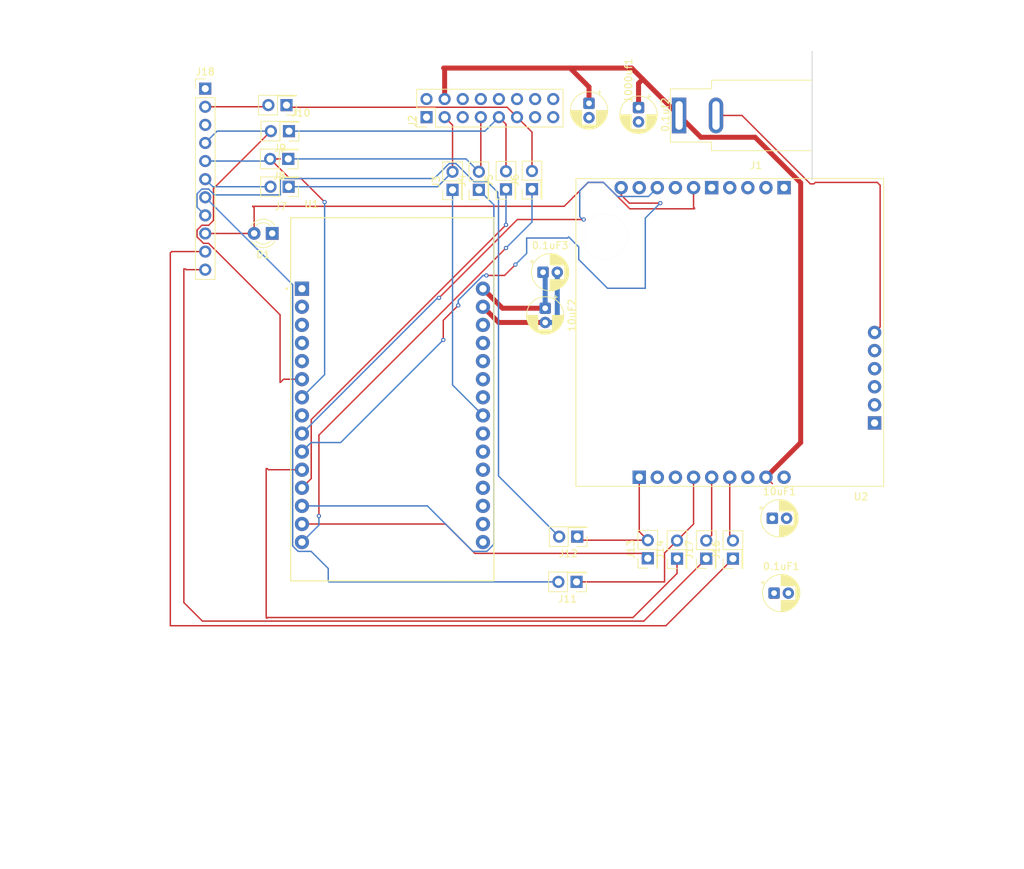
<source format=kicad_pcb>
(kicad_pcb (version 20241229) (generator "pcbnew") (generator_version "9.0")
  (layers (0 "F.Cu" signal) (4 "In1.Cu" signal) (6 "In2.Cu" signal) (2 "B.Cu" signal) (13 "F.Paste" user) (15 "B.Paste" user) (5 "F.SilkS" user "F.Silkscreen") (7 "B.SilkS" user "B.Silkscreen") (1 "F.Mask" user) (3 "B.Mask" user) (25 "Edge.Cuts" user))
  (net 0 "")
  (net 1 "GND")
  (net 2 "+5V")
  (net 4 "RTK-jet")
  (net 5 "CTS-esp")
  (net 7 "RX-esp")
  (net 8 "TX-esp")
  (net 11 "Net-(J10-Pin_1)")
  (net 16 "RTS-esp")
  (net 17 "RTS-jet")
  (net 18 "RX-jet")
  (net 19 "TX-jet")
  (net 20 "CTS-jet")
  (net 22 "SDA-jet")
  (net 23 "Net-(J11-Pin_1)")
  (net 27 "Net-(J12-Pin_1)")
  (net 31 "SCL-jet")
  (net 32 "SCL")
  (net 36 "SDA")
  (net 37 "Net-(J16-Pin_2)")
  (net 39 "RX2-jet")
  (net 40 "TX2-jet")
  (net 42 "Net-(J17-Pin_2)")
  (net 48 "INT")
  (net 50 "RST")
  (net 66 "Net-(J2-Pin_3)")
  (net 67 "Net-(J2-Pin_7)")
  (net 68 "Net-(J2-Pin_9)")
  (footprint "Connector_PinHeader_2.54mm:PinHeader_2x01_P2.54mm_Vertical" (layer "F.Cu") (at 156.3 102.14 90)
    (property "Reference" "J14" (at 1.27 -2.38 90) (layer "F.SilkS"))
    (property "Value" "Conn_02x01" (hide yes))
    (pad "1" thru_hole rect (at 0 0 90) (size 1.7 1.7) (drill 1) (layers "*.Cu" "*.Mask") (net 36 "SDA"))
    (pad "2" thru_hole circle (at 2.54 0 90) (size 1.7 1.7) (drill 1) (layers "*.Cu" "*.Mask") (net 23 "Net-(J11-Pin_1)"))
  )
  (footprint "Capacitor_THT:CP_Radial_D5.0mm_P2.00mm" (layer "F.Cu") (at 137.8 67 -90)
    (property "Reference" "10uF2" (at 1 -3.75 90) (layer "F.SilkS"))
    (property "Value" "C_Polarized_US" (hide yes))
    (pad "1" thru_hole roundrect (at 0 0 270) (size 1.6 1.6) (drill 0.8) (layers "*.Cu" "*.Mask") (roundrect_rratio 0.15625) (net 2 "+5V"))
    (pad "2" thru_hole circle (at 2 0 270) (size 1.6 1.6) (drill 0.8) (layers "*.Cu" "*.Mask") (net 1 "GND"))
  )
  (footprint "Connector_PinHeader_2.54mm:PinHeader_2x01_P2.54mm_Vertical" (layer "F.Cu") (at 101.5 38.5 180)
    (property "Reference" "J10" (at -2.01 -1.1 0) (layer "F.SilkS"))
    (property "Value" "Conn_02x01" (hide yes))
    (pad "1" thru_hole rect (at 0 0 180) (size 1.7 1.7) (drill 1) (layers "*.Cu" "*.Mask") (net 11 "Net-(J10-Pin_1)"))
    (pad "2" thru_hole circle (at 2.54 0 180) (size 1.7 1.7) (drill 1) (layers "*.Cu" "*.Mask") (net 20 "CTS-jet"))
  )
  (footprint "Capacitor_THT:CP_Radial_D5.0mm_P2.00mm" (layer "F.Cu") (at 143.95 38.25 -90)
    (property "Reference" "1000uf1" (at -3.2 -5.55 90) (layer "F.SilkS"))
    (property "Value" "C_Polarized_US" (hide yes))
    (pad "1" thru_hole roundrect (at 0 0 270) (size 1.6 1.6) (drill 0.8) (layers "*.Cu" "*.Mask") (roundrect_rratio 0.15625) (net 2 "+5V"))
    (pad "2" thru_hole circle (at 2 0 270) (size 1.6 1.6) (drill 0.8) (layers "*.Cu" "*.Mask") (net 1 "GND"))
  )
  (footprint "Connector_PinHeader_2.54mm:PinHeader_2x01_P2.54mm_Vertical" (layer "F.Cu") (at 124.8 50.39 90)
    (property "Reference" "J3" (at 1.125 -2.3 90) (layer "F.SilkS"))
    (property "Value" "Conn_02x01" (hide yes))
    (pad "1" thru_hole rect (at 0 0 90) (size 1.7 1.7) (drill 1) (layers "*.Cu" "*.Mask") (net 5 "CTS-esp"))
    (pad "2" thru_hole circle (at 2.54 0 90) (size 1.7 1.7) (drill 1) (layers "*.Cu" "*.Mask") (net 66 "Net-(J2-Pin_3)"))
  )
  (footprint "Connector_PinHeader_2.54mm:PinHeader_2x01_P2.54mm_Vertical" (layer "F.Cu") (at 128.5 50.39 90)
    (property "Reference" "J4" (at 1.27 -2.38 90) (layer "F.SilkS"))
    (property "Value" "Conn_02x01" (hide yes))
    (pad "1" thru_hole rect (at 0 0 90) (size 1.7 1.7) (drill 1) (layers "*.Cu" "*.Mask") (net 7 "RX-esp"))
    (pad "2" thru_hole circle (at 2.54 0 90) (size 1.7 1.7) (drill 1) (layers "*.Cu" "*.Mask") (net 67 "Net-(J2-Pin_7)"))
  )
  (footprint "Connector_PinHeader_2.54mm:PinHeader_2x01_P2.54mm_Vertical" (layer "F.Cu") (at 101.85 42.15 180)
    (property "Reference" "J9" (at 1.27 -2.38 0) (layer "F.SilkS"))
    (property "Value" "Conn_02x01" (hide yes))
    (pad "1" thru_hole rect (at 0 0 180) (size 1.7 1.7) (drill 1) (layers "*.Cu" "*.Mask") (net 68 "Net-(J2-Pin_9)"))
    (pad "2" thru_hole circle (at 2.54 0 180) (size 1.7 1.7) (drill 1) (layers "*.Cu" "*.Mask") (net 19 "TX-jet"))
  )
  (footprint "Capacitor_THT:CP_Radial_D5.0mm_P2.00mm" (layer "F.Cu") (at 169.674888 96.475112)
    (property "Reference" "10uF1" (at 1 -3.75 0) (layer "F.SilkS"))
    (property "Value" "C_Polarized_US")
    (pad "1" thru_hole roundrect (at 0 0) (size 1.6 1.6) (drill 0.8) (layers "*.Cu" "*.Mask") (roundrect_rratio 0.15625) (net 2 "+5V"))
    (pad "2" thru_hole circle (at 2 0) (size 1.6 1.6) (drill 0.8) (layers "*.Cu" "*.Mask") (net 1 "GND"))
  )
  (footprint "hi:MODULE_ESP32_DEVKIT_V1" (layer "F.Cu") (at 116.37 79.775)
    (property "Reference" "U1" (at -11.355 -27.36 0) (layer "F.SilkS"))
    (property "Value" "ESP32-DEVKIT-V1")
    (pad "" np_thru_hole circle (at -12.28 -23.475) (size 3 3) (drill 3) (layers "*.Cu" "*.Mask"))
    (pad "" np_thru_hole circle (at -12.28 23.475) (size 3 3) (drill 3) (layers "*.Cu" "*.Mask"))
    (pad "" np_thru_hole circle (at 12.23 -23.475) (size 3 3) (drill 3) (layers "*.Cu" "*.Mask"))
    (pad "" np_thru_hole circle (at 12.23 23.475) (size 3 3) (drill 3) (layers "*.Cu" "*.Mask"))
    (pad "1" thru_hole rect (at -12.7 -15.515) (size 2 2) (drill 1.02) (layers "*.Cu" "*.Mask"))
    (pad "2" thru_hole circle (at -12.7 -12.975) (size 2 2) (drill 1.02) (layers "*.Cu" "*.Mask") (net 1 "GND"))
    (pad "3" thru_hole circle (at -12.7 -10.435) (size 2 2) (drill 1.02) (layers "*.Cu" "*.Mask"))
    (pad "4" thru_hole circle (at -12.7 -7.895) (size 2 2) (drill 1.02) (layers "*.Cu" "*.Mask"))
    (pad "5" thru_hole circle (at -12.7 -5.355) (size 2 2) (drill 1.02) (layers "*.Cu" "*.Mask"))
    (pad "6" thru_hole circle (at -12.7 -2.815) (size 2 2) (drill 1.02) (layers "*.Cu" "*.Mask") (net 19 "TX-jet"))
    (pad "7" thru_hole circle (at -12.7 -0.275) (size 2 2) (drill 1.02) (layers "*.Cu" "*.Mask") (net 18 "RX-jet"))
    (pad "8" thru_hole circle (at -12.7 2.265) (size 2 2) (drill 1.02) (layers "*.Cu" "*.Mask"))
    (pad "9" thru_hole circle (at -12.7 4.805) (size 2 2) (drill 1.02) (layers "*.Cu" "*.Mask") (net 50 "RST"))
    (pad "10" thru_hole circle (at -12.7 7.345) (size 2 2) (drill 1.02) (layers "*.Cu" "*.Mask") (net 48 "INT"))
    (pad "11" thru_hole circle (at -12.7 9.885) (size 2 2) (drill 1.02) (layers "*.Cu" "*.Mask") (net 36 "SDA"))
    (pad "12" thru_hole circle (at -12.7 12.425) (size 2 2) (drill 1.02) (layers "*.Cu" "*.Mask") (net 8 "TX-esp"))
    (pad "13" thru_hole circle (at -12.7 14.965) (size 2 2) (drill 1.02) (layers "*.Cu" "*.Mask") (net 7 "RX-esp"))
    (pad "14" thru_hole circle (at -12.7 17.505) (size 2 2) (drill 1.02) (layers "*.Cu" "*.Mask") (net 32 "SCL"))
    (pad "15" thru_hole circle (at -12.7 20.045) (size 2 2) (drill 1.02) (layers "*.Cu" "*.Mask") (net 16 "RTS-esp"))
    (pad "16" thru_hole circle (at 12.7 20.045) (size 2 2) (drill 1.02) (layers "*.Cu" "*.Mask"))
    (pad "17" thru_hole circle (at 12.7 17.505) (size 2 2) (drill 1.02) (layers "*.Cu" "*.Mask"))
    (pad "18" thru_hole circle (at 12.7 14.965) (size 2 2) (drill 1.02) (layers "*.Cu" "*.Mask"))
    (pad "19" thru_hole circle (at 12.7 12.425) (size 2 2) (drill 1.02) (layers "*.Cu" "*.Mask"))
    (pad "20" thru_hole circle (at 12.7 9.885) (size 2 2) (drill 1.02) (layers "*.Cu" "*.Mask"))
    (pad "21" thru_hole circle (at 12.7 7.345) (size 2 2) (drill 1.02) (layers "*.Cu" "*.Mask"))
    (pad "22" thru_hole circle (at 12.7 4.805) (size 2 2) (drill 1.02) (layers "*.Cu" "*.Mask"))
    (pad "23" thru_hole circle (at 12.7 2.265) (size 2 2) (drill 1.02) (layers "*.Cu" "*.Mask") (net 5 "CTS-esp"))
    (pad "24" thru_hole circle (at 12.7 -0.275) (size 2 2) (drill 1.02) (layers "*.Cu" "*.Mask"))
    (pad "25" thru_hole circle (at 12.7 -2.815) (size 2 2) (drill 1.02) (layers "*.Cu" "*.Mask"))
    (pad "26" thru_hole circle (at 12.7 -5.355) (size 2 2) (drill 1.02) (layers "*.Cu" "*.Mask"))
    (pad "27" thru_hole circle (at 12.7 -7.895) (size 2 2) (drill 1.02) (layers "*.Cu" "*.Mask"))
    (pad "28" thru_hole circle (at 12.7 -10.435) (size 2 2) (drill 1.02) (layers "*.Cu" "*.Mask"))
    (pad "29" thru_hole circle (at 12.7 -12.975) (size 2 2) (drill 1.02) (layers "*.Cu" "*.Mask") (net 1 "GND"))
    (pad "30" thru_hole circle (at 12.7 -15.515) (size 2 2) (drill 1.02) (layers "*.Cu" "*.Mask") (net 2 "+5V"))
  )
  (footprint "hi:MODULE_GPS-15136" (layer "F.Cu") (at 185.29 48.81 180)
    (property "Reference" "U2" (at 3.175 -44.635 0) (layer "F.SilkS"))
    (property "Value" "GPS-15136")
    (fp_line (start 41.816 -9.828) (end 41.816 -6.428) (stroke (width 0.01)) (layer "Edge.Cuts"))
    (fp_arc (start 41.816 -6.428) (mid 35.929875 -8.128) (end 41.816 -9.828) (stroke (width 0.01)) (layer "Edge.Cuts"))
    (pad "" np_thru_hole circle (at 2.54 -40.64 180) (size 3.302 3.302) (drill 3.302) (layers "*.Cu" "*.Mask"))
    (pad "" np_thru_hole circle (at 2.54 -2.54 180) (size 3.302 3.302) (drill 3.302) (layers "*.Cu" "*.Mask"))
    (pad "" np_thru_hole circle (at 40.64 -40.64 180) (size 3.302 3.302) (drill 3.302) (layers "*.Cu" "*.Mask"))
    (pad "" np_thru_hole circle (at 40.64 -2.54 180) (size 3.302 3.302) (drill 3.302) (layers "*.Cu" "*.Mask"))
    (pad "J1_1" thru_hole rect (at 1.27 -34.29 180) (size 1.8796 1.8796) (drill 1.016) (layers "*.Cu" "*.Mask"))
    (pad "J1_2" thru_hole circle (at 1.27 -31.75 180) (size 1.8796 1.8796) (drill 1.016) (layers "*.Cu" "*.Mask"))
    (pad "J1_3" thru_hole circle (at 1.27 -29.21 180) (size 1.8796 1.8796) (drill 1.016) (layers "*.Cu" "*.Mask"))
    (pad "J1_4" thru_hole circle (at 1.27 -26.67 180) (size 1.8796 1.8796) (drill 1.016) (layers "*.Cu" "*.Mask"))
    (pad "J1_5" thru_hole circle (at 1.27 -24.13 180) (size 1.8796 1.8796) (drill 1.016) (layers "*.Cu" "*.Mask"))
    (pad "J1_6" thru_hole circle (at 1.27 -21.59 180) (size 1.8796 1.8796) (drill 1.016) (layers "*.Cu" "*.Mask") (net 1 "GND"))
    (pad "J3_1" thru_hole rect (at 13.97 -1.27 180) (size 1.8796 1.8796) (drill 1.016) (layers "*.Cu" "*.Mask"))
    (pad "J3_2" thru_hole circle (at 16.51 -1.27 180) (size 1.8796 1.8796) (drill 1.016) (layers "*.Cu" "*.Mask"))
    (pad "J3_3" thru_hole circle (at 19.05 -1.27 180) (size 1.8796 1.8796) (drill 1.016) (layers "*.Cu" "*.Mask"))
    (pad "J3_4" thru_hole circle (at 21.59 -1.27 180) (size 1.8796 1.8796) (drill 1.016) (layers "*.Cu" "*.Mask"))
    (pad "J6_1" thru_hole rect (at 24.13 -1.27 180) (size 1.8796 1.8796) (drill 1.016) (layers "*.Cu" "*.Mask"))
    (pad "J6_2" thru_hole circle (at 26.67 -1.27 180) (size 1.8796 1.8796) (drill 1.016) (layers "*.Cu" "*.Mask") (net 4 "RTK-jet"))
    (pad "J6_3" thru_hole circle (at 29.21 -1.27 180) (size 1.8796 1.8796) (drill 1.016) (layers "*.Cu" "*.Mask"))
    (pad "J6_4" thru_hole circle (at 31.75 -1.27 180) (size 1.8796 1.8796) (drill 1.016) (layers "*.Cu" "*.Mask") (net 50 "RST"))
    (pad "J6_5" thru_hole circle (at 34.29 -1.27 180) (size 1.8796 1.8796) (drill 1.016) (layers "*.Cu" "*.Mask"))
    (pad "J6_6" thru_hole circle (at 36.83 -1.27 180) (size 1.8796 1.8796) (drill 1.016) (layers "*.Cu" "*.Mask") (net 48 "INT"))
    (pad "J7_1" thru_hole rect (at 34.29 -41.91 180) (size 1.8796 1.8796) (drill 1.016) (layers "*.Cu" "*.Mask") (net 27 "Net-(J12-Pin_1)"))
    (pad "J7_2" thru_hole circle (at 31.75 -41.91 180) (size 1.8796 1.8796) (drill 1.016) (layers "*.Cu" "*.Mask"))
    (pad "J7_3" thru_hole circle (at 29.21 -41.91 180) (size 1.8796 1.8796) (drill 1.016) (layers "*.Cu" "*.Mask"))
    (pad "J7_4" thru_hole circle (at 26.67 -41.91 180) (size 1.8796 1.8796) (drill 1.016) (layers "*.Cu" "*.Mask") (net 23 "Net-(J11-Pin_1)"))
    (pad "J7_5" thru_hole circle (at 24.13 -41.91 180) (size 1.8796 1.8796) (drill 1.016) (layers "*.Cu" "*.Mask") (net 42 "Net-(J17-Pin_2)"))
    (pad "J7_6" thru_hole circle (at 21.59 -41.91 180) (size 1.8796 1.8796) (drill 1.016) (layers "*.Cu" "*.Mask") (net 37 "Net-(J16-Pin_2)"))
    (pad "J7_7" thru_hole circle (at 19.05 -41.91 180) (size 1.8796 1.8796) (drill 1.016) (layers "*.Cu" "*.Mask"))
    (pad "J7_8" thru_hole circle (at 16.51 -41.91 180) (size 1.8796 1.8796) (drill 1.016) (layers "*.Cu" "*.Mask") (net 2 "+5V"))
    (pad "J7_9" thru_hole circle (at 13.97 -41.91 180) (size 1.8796 1.8796) (drill 1.016) (layers "*.Cu" "*.Mask") (net 1 "GND"))
  )
  (footprint "Connector_PinHeader_2.54mm:PinHeader_2x01_P2.54mm_Vertical" (layer "F.Cu") (at 164.15 102.14 90)
    (property "Reference" "J16" (at 1.27 -2.38 90) (layer "F.SilkS"))
    (property "Value" "Conn_02x01" (hide yes))
    (pad "1" thru_hole rect (at 0 0 90) (size 1.7 1.7) (drill 1) (layers "*.Cu" "*.Mask") (net 39 "RX2-jet"))
    (pad "2" thru_hole circle (at 2.54 0 90) (size 1.7 1.7) (drill 1) (layers "*.Cu" "*.Mask") (net 37 "Net-(J16-Pin_2)"))
  )
  (footprint "Connector_PinHeader_2.54mm:PinHeader_2x01_P2.54mm_Vertical" (layer "F.Cu") (at 152.2 102.09 90)
    (property "Reference" "J13" (at 1.27 -2.38 90) (layer "F.SilkS"))
    (property "Value" "Conn_02x01" (hide yes))
    (pad "1" thru_hole rect (at 0 0 90) (size 1.7 1.7) (drill 1) (layers "*.Cu" "*.Mask") (net 32 "SCL"))
    (pad "2" thru_hole circle (at 2.54 0 90) (size 1.7 1.7) (drill 1) (layers "*.Cu" "*.Mask") (net 27 "Net-(J12-Pin_1)"))
  )
  (footprint "LED_THT:LED_D3.0mm" (layer "F.Cu") (at 99.5 56.5 180)
    (property "Reference" "D1" (at 1.27 -2.96 0) (layer "F.SilkS"))
    (property "Value" "LED")
    (pad "1" thru_hole rect (at 0 0 180) (size 1.8 1.8) (drill 0.9) (layers "*.Cu" "*.Mask") (net 1 "GND"))
    (pad "2" thru_hole circle (at 2.54 0 180) (size 1.8 1.8) (drill 0.9) (layers "*.Cu" "*.Mask") (net 4 "RTK-jet"))
  )
  (footprint "Capacitor_THT:CP_Radial_D5.0mm_P2.00mm" (layer "F.Cu") (at 137.5 61.95)
    (property "Reference" "0.1uF3" (at 1 -3.75 0) (layer "F.SilkS"))
    (property "Value" "C_Polarized_US" (hide yes))
    (pad "1" thru_hole roundrect (at 0 0) (size 1.6 1.6) (drill 0.8) (layers "*.Cu" "*.Mask") (roundrect_rratio 0.15625) (net 2 "+5V"))
    (pad "2" thru_hole circle (at 2 0) (size 1.6 1.6) (drill 0.8) (layers "*.Cu" "*.Mask") (net 1 "GND"))
  )
  (footprint "Connector_PinHeader_2.54mm:PinHeader_2x01_P2.54mm_Vertical" (layer "F.Cu") (at 160.4 102.14 90)
    (property "Reference" "J17" (at 1.27 -2.38 90) (layer "F.SilkS"))
    (property "Value" "Conn_02x01" (hide yes))
    (pad "1" thru_hole rect (at 0 0 90) (size 1.7 1.7) (drill 1) (layers "*.Cu" "*.Mask") (net 40 "TX2-jet"))
    (pad "2" thru_hole circle (at 2.54 0 90) (size 1.7 1.7) (drill 1) (layers "*.Cu" "*.Mask") (net 42 "Net-(J17-Pin_2)"))
  )
  (footprint "Connector_PinHeader_2.54mm:PinHeader_2x01_P2.54mm_Vertical" (layer "F.Cu") (at 132.3 50.325 90)
    (property "Reference" "J5" (at 1.27 -2.38 90) (layer "F.SilkS"))
    (property "Value" "Conn_02x01" (hide yes))
    (pad "1" thru_hole rect (at 0 0 90) (size 1.7 1.7) (drill 1) (layers "*.Cu" "*.Mask") (net 8 "TX-esp"))
    (pad "2" thru_hole circle (at 2.54 0 90) (size 1.7 1.7) (drill 1) (layers "*.Cu" "*.Mask") (net 68 "Net-(J2-Pin_9)"))
  )
  (footprint "Connector_PinHeader_2.54mm:PinHeader_2x01_P2.54mm_Vertical" (layer "F.Cu") (at 142.3 99.05 180)
    (property "Reference" "J12" (at 1.27 -2.38 0) (layer "F.SilkS"))
    (property "Value" "Conn_02x01" (hide yes))
    (pad "1" thru_hole rect (at 0 0 180) (size 1.7 1.7) (drill 1) (layers "*.Cu" "*.Mask") (net 27 "Net-(J12-Pin_1)"))
    (pad "2" thru_hole circle (at 2.54 0 180) (size 1.7 1.7) (drill 1) (layers "*.Cu" "*.Mask") (net 31 "SCL-jet"))
  )
  (footprint "Connector_PinHeader_2.54mm:PinHeader_1x11_P2.54mm_Vertical" (layer "F.Cu") (at 90.1 36.19)
    (property "Reference" "J18" (at 0 -2.38 0) (layer "F.SilkS"))
    (property "Value" "Conn_01x11")
    (pad "1" thru_hole rect (at 0 0) (size 1.7 1.7) (drill 1) (layers "*.Cu" "*.Mask") (net 1 "GND"))
    (pad "2" thru_hole circle (at 0 2.54) (size 1.7 1.7) (drill 1) (layers "*.Cu" "*.Mask") (net 20 "CTS-jet"))
    (pad "3" thru_hole circle (at 0 5.08) (size 1.7 1.7) (drill 1) (layers "*.Cu" "*.Mask"))
    (pad "4" thru_hole circle (at 0 7.62) (size 1.7 1.7) (drill 1) (layers "*.Cu" "*.Mask") (net 19 "TX-jet"))
    (pad "5" thru_hole circle (at 0 10.16) (size 1.7 1.7) (drill 1) (layers "*.Cu" "*.Mask") (net 18 "RX-jet"))
    (pad "6" thru_hole circle (at 0 12.7) (size 1.7 1.7) (drill 1) (layers "*.Cu" "*.Mask") (net 17 "RTS-jet"))
    (pad "7" thru_hole circle (at 0 15.24) (size 1.7 1.7) (drill 1) (layers "*.Cu" "*.Mask") (net 22 "SDA-jet"))
    (pad "8" thru_hole circle (at 0 17.78) (size 1.7 1.7) (drill 1) (layers "*.Cu" "*.Mask") (net 31 "SCL-jet"))
    (pad "9" thru_hole circle (at 0 20.32) (size 1.7 1.7) (drill 1) (layers "*.Cu" "*.Mask") (net 4 "RTK-jet"))
    (pad "10" thru_hole circle (at 0 22.86) (size 1.7 1.7) (drill 1) (layers "*.Cu" "*.Mask") (net 39 "RX2-jet"))
    (pad "11" thru_hole circle (at 0 25.4) (size 1.7 1.7) (drill 1) (layers "*.Cu" "*.Mask") (net 40 "TX2-jet"))
  )
  (footprint "Capacitor_THT:CP_Radial_D5.0mm_P2.00mm" (layer "F.Cu") (at 169.919776 106.975112)
    (property "Reference" "0.1uF1" (at 1 -3.75 0) (layer "F.SilkS"))
    (property "Value" "C_Polarized_US")
    (pad "1" thru_hole roundrect (at 0 0) (size 1.6 1.6) (drill 0.8) (layers "*.Cu" "*.Mask") (roundrect_rratio 0.15625) (net 2 "+5V"))
    (pad "2" thru_hole circle (at 2 0) (size 1.6 1.6) (drill 0.8) (layers "*.Cu" "*.Mask") (net 1 "GND"))
  )
  (footprint "Capacitor_THT:CP_Radial_D5.0mm_P2.00mm" (layer "F.Cu") (at 150.9 38.85 -90)
    (property "Reference" "0.1uf2" (at 1 -3.75 90) (layer "F.SilkS"))
    (property "Value" "C_Polarized_US" (hide yes))
    (pad "1" thru_hole roundrect (at 0 0 270) (size 1.6 1.6) (drill 0.8) (layers "*.Cu" "*.Mask") (roundrect_rratio 0.15625) (net 2 "+5V"))
    (pad "2" thru_hole circle (at 2 0 270) (size 1.6 1.6) (drill 0.8) (layers "*.Cu" "*.Mask") (net 1 "GND"))
  )
  (footprint "Connector_PinHeader_2.54mm:PinHeader_2x01_P2.54mm_Vertical" (layer "F.Cu") (at 135.95 50.29 90)
    (property "Reference" "J6" (at 1.27 -2.38 90) (layer "F.SilkS"))
    (property "Value" "Conn_02x01" (hide yes))
    (pad "1" thru_hole rect (at 0 0 90) (size 1.7 1.7) (drill 1) (layers "*.Cu" "*.Mask") (net 16 "RTS-esp"))
    (pad "2" thru_hole circle (at 2.54 0 90) (size 1.7 1.7) (drill 1) (layers "*.Cu" "*.Mask") (net 11 "Net-(J10-Pin_1)"))
  )
  (footprint "Connector_PinHeader_2.54mm:PinHeader_2x01_P2.54mm_Vertical" (layer "F.Cu") (at 101.75 46.05 180)
    (property "Reference" "J8" (at 1.27 -2.38 0) (layer "F.SilkS"))
    (property "Value" "Conn_02x01" (hide yes))
    (pad "1" thru_hole rect (at 0 0 180) (size 1.7 1.7) (drill 1) (layers "*.Cu" "*.Mask") (net 67 "Net-(J2-Pin_7)"))
    (pad "2" thru_hole circle (at 2.54 0 180) (size 1.7 1.7) (drill 1) (layers "*.Cu" "*.Mask") (net 18 "RX-jet"))
  )
  (footprint "Connector_PinHeader_2.54mm:PinHeader_2x01_P2.54mm_Vertical" (layer "F.Cu") (at 101.8 49.95 180)
    (property "Reference" "J7" (at 1.105 -2.78 0) (layer "F.SilkS"))
    (property "Value" "Conn_02x01" (hide yes))
    (pad "1" thru_hole rect (at 0 0 180) (size 1.7 1.7) (drill 1) (layers "*.Cu" "*.Mask") (net 66 "Net-(J2-Pin_3)"))
    (pad "2" thru_hole circle (at 2.54 0 180) (size 1.7 1.7) (drill 1) (layers "*.Cu" "*.Mask") (net 17 "RTS-jet"))
  )
  (footprint "Connector_PinHeader_2.54mm:PinHeader_2x01_P2.54mm_Vertical" (layer "F.Cu") (at 142.2 105.4 180)
    (property "Reference" "J11" (at 1.27 -2.38 0) (layer "F.SilkS"))
    (property "Value" "Conn_02x01" (hide yes))
    (pad "1" thru_hole rect (at 0 0 180) (size 1.7 1.7) (drill 1) (layers "*.Cu" "*.Mask") (net 23 "Net-(J11-Pin_1)"))
    (pad "2" thru_hole circle (at 2.54 0 180) (size 1.7 1.7) (drill 1) (layers "*.Cu" "*.Mask") (net 22 "SDA-jet"))
  )
  (footprint "Connector_PinHeader_2.54mm:PinHeader_2x08_P2.54mm_Vertical" (layer "F.Cu") (at 121.15 40.19 90)
    (property "Reference" "J2" (at -0.56 -2 90) (layer "F.SilkS"))
    (property "Value" "Conn_02x08_Counter_Clockwise")
    (pad "1" thru_hole rect (at 0 0 90) (size 1.7 1.7) (drill 1) (layers "*.Cu" "*.Mask") (net 1 "GND"))
    (pad "2" thru_hole circle (at 2.54 0 90) (size 1.7 1.7) (drill 1) (layers "*.Cu" "*.Mask"))
    (pad "3" thru_hole circle (at 0 2.54 90) (size 1.7 1.7) (drill 1) (layers "*.Cu" "*.Mask") (net 66 "Net-(J2-Pin_3)"))
    (pad "4" thru_hole circle (at 2.54 2.54 90) (size 1.7 1.7) (drill 1) (layers "*.Cu" "*.Mask") (net 2 "+5V"))
    (pad "5" thru_hole circle (at 0 5.08 90) (size 1.7 1.7) (drill 1) (layers "*.Cu" "*.Mask"))
    (pad "6" thru_hole circle (at 2.54 5.08 90) (size 1.7 1.7) (drill 1) (layers "*.Cu" "*.Mask"))
    (pad "7" thru_hole circle (at 0 7.62 90) (size 1.7 1.7) (drill 1) (layers "*.Cu" "*.Mask") (net 67 "Net-(J2-Pin_7)"))
    (pad "8" thru_hole circle (at 2.54 7.62 90) (size 1.7 1.7) (drill 1) (layers "*.Cu" "*.Mask"))
    (pad "9" thru_hole circle (at 0 10.16 90) (size 1.7 1.7) (drill 1) (layers "*.Cu" "*.Mask") (net 68 "Net-(J2-Pin_9)"))
    (pad "10" thru_hole circle (at 2.54 10.16 90) (size 1.7 1.7) (drill 1) (layers "*.Cu" "*.Mask"))
    (pad "11" thru_hole circle (at 0 12.7 90) (size 1.7 1.7) (drill 1) (layers "*.Cu" "*.Mask") (net 11 "Net-(J10-Pin_1)"))
    (pad "12" thru_hole circle (at 2.54 12.7 90) (size 1.7 1.7) (drill 1) (layers "*.Cu" "*.Mask"))
    (pad "13" thru_hole circle (at 0 15.24 90) (size 1.7 1.7) (drill 1) (layers "*.Cu" "*.Mask"))
    (pad "14" thru_hole circle (at 2.54 15.24 90) (size 1.7 1.7) (drill 1) (layers "*.Cu" "*.Mask"))
    (pad "15" thru_hole circle (at 0 17.78 90) (size 1.7 1.7) (drill 1) (layers "*.Cu" "*.Mask"))
    (pad "16" thru_hole circle (at 2.54 17.78 90) (size 1.7 1.7) (drill 1) (layers "*.Cu" "*.Mask"))
  )
  (footprint "Connector_BarrelJack:BarrelJack_SwitchcraftConxall_RAPC10U_Horizontal" (layer "F.Cu") (at 156.59 39.95 180)
    (property "Reference" "J1" (at -10.8 -7 0) (layer "F.SilkS"))
    (property "Value" "Barrel_Jack")
    (fp_line (start -18.67 -9) (end -18.67 9) (stroke (width 0.12)) (layer "Edge.Cuts"))
    (pad "1" thru_hole rect (at 0 0 180) (size 2.02 5.02) (drill oval 1.02 4.02) (layers "*.Cu" "*.Mask") (net 2 "+5V"))
    (pad "2" thru_hole oval (at -5.18 0 180) (size 2.02 5.02) (drill oval 1.02 4.02) (layers "*.Cu" "*.Mask") (net 1 "GND"))
  )
  (segment (start 184.8 69.62) (end 184.02 70.4) (width 0.2) (layer "F.Cu") (net 1))
  (segment (start 175.711942 49.348) (end 184.398 49.348) (width 0.2) (layer "F.Cu") (net 1))
  (segment (start 171.32 96.120224) (end 171.674888 96.475112) (width 0.2) (layer "F.Cu") (net 1))
  (segment (start 184.398 49.348) (end 184.8 49.75) (width 0.2) (layer "F.Cu") (net 1))
  (segment (start 171.674888 106.730224) (end 171.919776 106.975112) (width 0.2) (layer "F.Cu") (net 1))
  (segment (start 137.46 69.34) (end 137.8 69) (width 0.2) (layer "F.Cu") (net 1))
  (segment (start 131.27 69) (end 129.07 66.8) (width 0.7) (layer "F.Cu") (net 1))
  (segment (start 175.508942 49.551) (end 175.711942 49.348) (width 0.2) (layer "F.Cu") (net 1))
  (segment (start 184.8 49.75) (end 184.8 69.62) (width 0.2) (layer "F.Cu") (net 1))
  (segment (start 137.8 69) (end 131.27 69) (width 0.7) (layer "F.Cu") (net 1))
  (segment (start 175.011058 49.551) (end 175.508942 49.551) (width 0.2) (layer "F.Cu") (net 1))
  (segment (start 171.9 96.25) (end 171.674888 96.475112) (width 0.2) (layer "F.Cu") (net 1))
  (segment (start 161.77 39.95) (end 165.410058 39.95) (width 0.2) (layer "F.Cu") (net 1))
  (segment (start 143.95 40.25) (end 144.1 40.1) (width 0.2) (layer "F.Cu") (net 1))
  (segment (start 165.410058 39.95) (end 175.011058 49.551) (width 0.2) (layer "F.Cu") (net 1))
  (segment (start 139.5 68.43137) (end 138.93137 69) (width 0.7) (layer "B.Cu") (net 1))
  (segment (start 139.5 61.95) (end 139.5 68.43137) (width 0.7) (layer "B.Cu") (net 1))
  (segment (start 138.93137 69) (end 137.8 69) (width 0.7) (layer "B.Cu") (net 1))
  (segment (start 159.651 43.011) (end 167.261 43.011) (width 0.7) (layer "F.Cu") (net 2))
  (segment (start 123.69 33.44) (end 123.55 33.3) (width 0.2) (layer "F.Cu") (net 2))
  (segment (start 143.95 35.95) (end 141.3 33.3) (width 0.7) (layer "F.Cu") (net 2))
  (segment (start 150.9 35.45) (end 151.495 34.855) (width 0.7) (layer "F.Cu") (net 2))
  (segment (start 156.59 39.95) (end 159.651 43.011) (width 0.7) (layer "F.Cu") (net 2))
  (segment (start 123.55 33.3) (end 141.3 33.3) (width 0.7) (layer "F.Cu") (net 2))
  (segment (start 169.919776 96.72) (end 169.674888 96.475112) (width 0.2) (layer "F.Cu") (net 2))
  (segment (start 151.495 34.855) (end 156.59 39.95) (width 0.7) (layer "F.Cu") (net 2))
  (segment (start 167.261 43.011) (end 173.65 49.4) (width 0.7) (layer "F.Cu") (net 2))
  (segment (start 173.65 49.4) (end 173.65 85.85) (width 0.7) (layer "F.Cu") (net 2))
  (segment (start 141.3 33.3) (end 149.94 33.3) (width 0.7) (layer "F.Cu") (net 2))
  (segment (start 131.81 67) (end 129.07 64.26) (width 0.7) (layer "F.Cu") (net 2))
  (segment (start 123.69 37.65) (end 123.69 33.44) (width 0.7) (layer "F.Cu") (net 2))
  (segment (start 150.9 38.85) (end 150.9 35.45) (width 0.7) (layer "F.Cu") (net 2))
  (segment (start 143.95 38.25) (end 143.95 35.95) (width 0.7) (layer "F.Cu") (net 2))
  (segment (start 173.65 85.85) (end 168.78 90.72) (width 0.7) (layer "F.Cu") (net 2))
  (segment (start 137.8 67) (end 131.81 67) (width 0.7) (layer "F.Cu") (net 2))
  (segment (start 149.94 33.3) (end 151.495 34.855) (width 0.7) (layer "F.Cu") (net 2))
  (segment (start 169.674888 106.730224) (end 169.919776 106.975112) (width 0.2) (layer "F.Cu") (net 2))
  (segment (start 169.674888 91.614888) (end 168.78 90.72) (width 0.2) (layer "F.Cu") (net 2))
  (segment (start 137.8 62.25) (end 137.5 61.95) (width 0.7) (layer "B.Cu") (net 2))
  (segment (start 137.8 67) (end 137.8 62.25) (width 0.7) (layer "B.Cu") (net 2))
  (segment (start 158.75 53.05) (end 158.75 52.95) (width 0.2) (layer "F.Cu") (net 4))
  (segment (start 96.96 56.5) (end 96.96 52.91) (width 0.2) (layer "F.Cu") (net 4))
  (segment (start 90.1 56.51) (end 96.95 56.51) (width 0.2) (layer "F.Cu") (net 4))
  (segment (start 143.820744 49.348) (end 145.973243 49.348) (width 0.2) (layer "F.Cu") (net 4))
  (segment (start 90.11 56.5) (end 90.1 56.51) (width 0.2) (layer "F.Cu") (net 4))
  (segment (start 96.95 56.51) (end 96.96 56.5) (width 0.2) (layer "F.Cu") (net 4))
  (segment (start 140.468744 52.7) (end 143.820744 49.348) (width 0.2) (layer "F.Cu") (net 4))
  (segment (start 96.96 52.91) (end 96.75 52.7) (width 0.2) (layer "F.Cu") (net 4))
  (segment (start 96.75 52.7) (end 140.468744 52.7) (width 0.2) (layer "F.Cu") (net 4))
  (segment (start 145.973243 49.348) (end 149.675243 53.05) (width 0.2) (layer "F.Cu") (net 4))
  (segment (start 158.62 52.82) (end 158.62 50.08) (width 0.2) (layer "F.Cu") (net 4))
  (segment (start 158.75 52.95) (end 158.62 52.82) (width 0.2) (layer "F.Cu") (net 4))
  (segment (start 149.675243 53.05) (end 158.75 53.05) (width 0.2) (layer "F.Cu") (net 4))
  (segment (start 124.8 50.39) (end 124.84 50.39) (width 0.2) (layer "F.Cu") (net 5))
  (segment (start 124.84 50.39) (end 124.9 50.45) (width 0.2) (layer "F.Cu") (net 5))
  (segment (start 124.8 50.39) (end 124.8 77.77) (width 0.2) (layer "B.Cu") (net 5))
  (segment (start 124.8 77.77) (end 129.07 82.04) (width 0.2) (layer "B.Cu") (net 5))
  (segment (start 130.6 52.49) (end 130.6 100.129892) (width 0.2) (layer "B.Cu") (net 7))
  (segment (start 121.272836 94.74) (end 103.67 94.74) (width 0.2) (layer "B.Cu") (net 7))
  (segment (start 130.6 100.129892) (end 129.608892 101.121) (width 0.2) (layer "B.Cu") (net 7))
  (segment (start 128.5 50.39) (end 130.6 52.49) (width 0.2) (layer "B.Cu") (net 7))
  (segment (start 129.608892 101.121) (end 127.653836 101.121) (width 0.2) (layer "B.Cu") (net 7))
  (segment (start 127.653836 101.121) (end 121.272836 94.74) (width 0.2) (layer "B.Cu") (net 7))
  (segment (start 132.3 55.3) (end 104.971 82.629) (width 0.2) (layer "F.Cu") (net 8))
  (segment (start 104.971 82.629) (end 104.971 90.899) (width 0.2) (layer "F.Cu") (net 8))
  (segment (start 104.971 90.899) (end 103.67 92.2) (width 0.2) (layer "F.Cu") (net 8))
  (segment (start 132.297394 50.322394) (end 132.295665 50.322394) (width 0.2) (layer "F.Cu") (net 8))
  (segment (start 132.3 50.325) (end 132.297394 50.322394) (width 0.2) (layer "F.Cu") (net 8))
  (via (at 132.3 55.3) (size 0.6) (drill 0.3) (layers "F.Cu" "B.Cu") (net 8))
  (segment (start 132.3 50.325) (end 132.3 55.3) (width 0.2) (layer "B.Cu") (net 8))
  (segment (start 132.3 55.3) (end 132.3 55.35) (width 0.2) (layer "B.Cu") (net 8))
  (segment (start 132.3 55.35) (end 132.25 55.4) (width 0.2) (layer "B.Cu") (net 8))
  (segment (start 135.95 42.29) (end 135.95 47.75) (width 0.2) (layer "F.Cu") (net 11))
  (segment (start 101.801 38.801) (end 132.461 38.801) (width 0.2) (layer "F.Cu") (net 11))
  (segment (start 132.461 38.801) (end 133.85 40.19) (width 0.2) (layer "F.Cu") (net 11))
  (segment (start 133.85 40.19) (end 135.95 42.29) (width 0.2) (layer "F.Cu") (net 11))
  (segment (start 101.5 38.5) (end 101.801 38.801) (width 0.2) (layer "F.Cu") (net 11))
  (segment (start 132.3 58.55) (end 106.05 84.8) (width 0.2) (layer "F.Cu") (net 16))
  (segment (start 135.89 50.29) (end 135.85 50.25) (width 0.2) (layer "F.Cu") (net 16))
  (segment (start 106.05 84.8) (end 106.05 96.15) (width 0.2) (layer "F.Cu") (net 16))
  (segment (start 135.95 50.29) (end 135.89 50.29) (width 0.2) (layer "F.Cu") (net 16))
  (via (at 106.05 96.15) (size 0.6) (drill 0.3) (layers "F.Cu" "B.Cu") (net 16))
  (via (at 132.3 58.55) (size 0.6) (drill 0.3) (layers "F.Cu" "B.Cu") (net 16))
  (segment (start 135.95 54.9) (end 132.3 58.55) (width 0.2) (layer "B.Cu") (net 16))
  (segment (start 106.05 97.44) (end 103.67 99.82) (width 0.2) (layer "B.Cu") (net 16))
  (segment (start 106.05 96.15) (end 106.05 97.44) (width 0.2) (layer "B.Cu") (net 16))
  (segment (start 132.3 58.55) (end 132.2 58.65) (width 0.2) (layer "B.Cu") (net 16))
  (segment (start 135.95 50.29) (end 135.95 54.9) (width 0.2) (layer "B.Cu") (net 16))
  (segment (start 90.1 48.89) (end 91.16 49.95) (width 0.2) (layer "B.Cu") (net 17))
  (segment (start 91.16 49.95) (end 99.26 49.95) (width 0.2) (layer "B.Cu") (net 17))
  (segment (start 99.21 46.05) (end 100.599 46.05) (width 0.2) (layer "F.Cu") (net 18))
  (segment (start 101.959 48.799) (end 103.549 48.799) (width 0.2) (layer "F.Cu") (net 18))
  (segment (start 100.599 46.05) (end 99.7 46.05) (width 0.2) (layer "F.Cu") (net 18))
  (segment (start 99.21 46.05) (end 101.959 48.799) (width 0.2) (layer "F.Cu") (net 18))
  (segment (start 103.549 48.799) (end 106.85 52.1) (width 0.2) (layer "F.Cu") (net 18))
  (via (at 106.85 52.1) (size 0.6) (drill 0.3) (layers "F.Cu" "B.Cu") (net 18))
  (segment (start 98.91 46.35) (end 99.21 46.05) (width 0.2) (layer "B.Cu") (net 18))
  (segment (start 106.85 76.32) (end 103.67 79.5) (width 0.2) (layer "B.Cu") (net 18))
  (segment (start 106.85 52.1) (end 106.85 76.32) (width 0.2) (layer "B.Cu") (net 18))
  (segment (start 90.1 46.35) (end 98.91 46.35) (width 0.2) (layer "B.Cu") (net 18))
  (segment (start 91.251 54.68476) (end 90.57676 55.359) (width 0.2) (layer "F.Cu") (net 19))
  (segment (start 90.57676 57.899) (end 100.6 67.92224) (width 0.2) (layer "F.Cu") (net 19))
  (segment (start 100.6 77.4) (end 100.65 77.4) (width 0.2) (layer "F.Cu") (net 19))
  (segment (start 89.62324 55.359) (end 88.949 56.03324) (width 0.2) (layer "F.Cu") (net 19))
  (segment (start 89.86124 57.899) (end 90.57676 57.899) (width 0.2) (layer "F.Cu") (net 19))
  (segment (start 88.949 56.98676) (end 89.86124 57.899) (width 0.2) (layer "F.Cu") (net 19))
  (segment (start 99.31 42.15) (end 91.251 50.209) (width 0.2) (layer "F.Cu") (net 19))
  (segment (start 91.251 50.209) (end 91.251 54.68476) (width 0.2) (layer "F.Cu") (net 19))
  (segment (start 88.949 56.03324) (end 88.949 56.98676) (width 0.2) (layer "F.Cu") (net 19))
  (segment (start 100.6 67.92224) (end 100.6 77.4) (width 0.2) (layer "F.Cu") (net 19))
  (segment (start 101.09 76.96) (end 103.67 76.96) (width 0.2) (layer "F.Cu") (net 19))
  (segment (start 100.65 77.4) (end 101.09 76.96) (width 0.2) (layer "F.Cu") (net 19))
  (segment (start 90.57676 55.359) (end 89.62324 55.359) (width 0.2) (layer "F.Cu") (net 19))
  (segment (start 99.45 42.01) (end 99.45 42) (width 0.2) (layer "B.Cu") (net 19))
  (segment (start 99.31 42.15) (end 99.45 42.01) (width 0.2) (layer "B.Cu") (net 19))
  (segment (start 91.76 42.15) (end 99.31 42.15) (width 0.2) (layer "B.Cu") (net 19))
  (segment (start 90.1 43.81) (end 91.76 42.15) (width 0.2) (layer "B.Cu") (net 19))
  (segment (start 90.1 38.73) (end 98.73 38.73) (width 0.2) (layer "F.Cu") (net 20))
  (segment (start 98.73 38.73) (end 98.96 38.5) (width 0.2) (layer "F.Cu") (net 20))
  (segment (start 102.369 100.358892) (end 103.131108 101.121) (width 0.2) (layer "B.Cu") (net 22))
  (segment (start 107.359 103.523836) (end 107.359 105.291836) (width 0.2) (layer "B.Cu") (net 22))
  (segment (start 107.359 105.291836) (end 107.467164 105.4) (width 0.2) (layer "B.Cu") (net 22))
  (segment (start 102.369 63.699) (end 102.369 100.358892) (width 0.2) (layer "B.Cu") (net 22))
  (segment (start 90.1 51.43) (end 102.369 63.699) (width 0.2) (layer "B.Cu") (net 22))
  (segment (start 103.131108 101.121) (end 104.956164 101.121) (width 0.2) (layer "B.Cu") (net 22))
  (segment (start 104.956164 101.121) (end 107.359 103.523836) (width 0.2) (layer "B.Cu") (net 22))
  (segment (start 107.467164 105.4) (end 139.66 105.4) (width 0.2) (layer "B.Cu") (net 22))
  (segment (start 154.55 101.35) (end 154.55 105.4) (width 0.2) (layer "F.Cu") (net 23))
  (segment (start 158.62 97.28) (end 158.62 90.72) (width 0.2) (layer "F.Cu") (net 23))
  (segment (start 154.55 105.4) (end 142.2 105.4) (width 0.2) (layer "F.Cu") (net 23))
  (segment (start 156.3 99.6) (end 158.62 97.28) (width 0.2) (layer "F.Cu") (net 23))
  (segment (start 156.3 99.6) (end 154.55 101.35) (width 0.2) (layer "F.Cu") (net 23))
  (segment (start 151 90.72) (end 151 98.35) (width 0.2) (layer "F.Cu") (net 27))
  (segment (start 152.2 99.55) (end 142.8 99.55) (width 0.2) (layer "F.Cu") (net 27))
  (segment (start 142.8 99.55) (end 142.3 99.05) (width 0.2) (layer "F.Cu") (net 27))
  (segment (start 151 98.35) (end 152.2 99.55) (width 0.2) (layer "F.Cu") (net 27))
  (segment (start 89.62324 50.279) (end 90.57676 50.279) (width 0.2) (layer "B.Cu") (net 31))
  (segment (start 131.25 90.54) (end 139.76 99.05) (width 0.2) (layer "B.Cu") (net 31))
  (segment (start 131.25 51.476) (end 131.25 90.54) (width 0.2) (layer "B.Cu") (net 31))
  (segment (start 127.81676 49.239) (end 129.651 49.239) (width 0.2) (layer "B.Cu") (net 31))
  (segment (start 100.649 51.101) (end 100.649 48.799) (width 0.2) (layer "B.Cu") (net 31))
  (segment (start 88.949 50.95324) (end 89.62324 50.279) (width 0.2) (layer "B.Cu") (net 31))
  (segment (start 125.27676 46.699) (end 127.81676 49.239) (width 0.2) (layer "B.Cu") (net 31))
  (segment (start 91.39876 51.101) (end 100.649 51.101) (width 0.2) (layer "B.Cu") (net 31))
  (segment (start 100.649 48.799) (end 122.22324 48.799) (width 0.2) (layer "B.Cu") (net 31))
  (segment (start 90.1 53.97) (end 88.949 52.819) (width 0.2) (layer "B.Cu") (net 31))
  (segment (start 131.149 50.737) (end 131.149 51.476) (width 0.2) (layer "B.Cu") (net 31))
  (segment (start 88.949 52.819) (end 88.949 50.95324) (width 0.2) (layer "B.Cu") (net 31))
  (segment (start 122.22324 48.799) (end 124.32324 46.699) (width 0.2) (layer "B.Cu") (net 31))
  (segment (start 124.32324 46.699) (end 125.27676 46.699) (width 0.2) (layer "B.Cu") (net 31))
  (segment (start 131.149 51.476) (end 131.25 51.476) (width 0.2) (layer "B.Cu") (net 31))
  (segment (start 129.651 49.239) (end 131.149 50.737) (width 0.2) (layer "B.Cu") (net 31))
  (segment (start 90.57676 50.279) (end 91.39876 51.101) (width 0.2) (layer "B.Cu") (net 31))
  (segment (start 152.2 102.09) (end 151.509 101.399) (width 0.2) (layer "F.Cu") (net 32))
  (segment (start 127.931836 101.399) (end 123.812836 97.28) (width 0.2) (layer "F.Cu") (net 32))
  (segment (start 123.812836 97.28) (end 103.67 97.28) (width 0.2) (layer "F.Cu") (net 32))
  (segment (start 151.509 101.399) (end 127.931836 101.399) (width 0.2) (layer "F.Cu") (net 32))
  (segment (start 150.1171 110.4) (end 98.85 110.4) (width 0.2) (layer "F.Cu") (net 36))
  (segment (start 98.8 89.5) (end 98.96 89.66) (width 0.2) (layer "F.Cu") (net 36))
  (segment (start 98.96 89.66) (end 103.67 89.66) (width 0.2) (layer "F.Cu") (net 36))
  (segment (start 98.65 110.4) (end 98.65 89.5) (width 0.2) (layer "F.Cu") (net 36))
  (segment (start 156.3 102.14) (end 156.3 104.2171) (width 0.2) (layer "F.Cu") (net 36))
  (segment (start 98.85 110.4) (end 98.75 110.5) (width 0.2) (layer "F.Cu") (net 36))
  (segment (start 98.65 89.5) (end 98.8 89.5) (width 0.2) (layer "F.Cu") (net 36))
  (segment (start 156.3 104.2171) (end 150.1171 110.4) (width 0.2) (layer "F.Cu") (net 36))
  (segment (start 98.75 110.5) (end 98.65 110.4) (width 0.2) (layer "F.Cu") (net 36))
  (segment (start 163.7 99.15) (end 164.15 99.6) (width 0.2) (layer "F.Cu") (net 37))
  (segment (start 163.7 90.72) (end 163.7 99.15) (width 0.2) (layer "F.Cu") (net 37))
  (segment (start 85.4 59.05) (end 90.1 59.05) (width 0.2) (layer "F.Cu") (net 39))
  (segment (start 85.2 111.55) (end 85.2 59.25) (width 0.2) (layer "F.Cu") (net 39))
  (segment (start 85.2 59.25) (end 85.4 59.05) (width 0.2) (layer "F.Cu") (net 39))
  (segment (start 164.15 102.14) (end 154.74 111.55) (width 0.2) (layer "F.Cu") (net 39))
  (segment (start 154.74 111.55) (end 85.2 111.55) (width 0.2) (layer "F.Cu") (net 39))
  (segment (start 87.44 61.59) (end 90.1 61.59) (width 0.2) (layer "F.Cu") (net 40))
  (segment (start 151.639 110.901) (end 89.701 110.901) (width 0.2) (layer "F.Cu") (net 40))
  (segment (start 160.4 102.14) (end 151.639 110.901) (width 0.2) (layer "F.Cu") (net 40))
  (segment (start 87.35 61.5) (end 87.44 61.59) (width 0.2) (layer "F.Cu") (net 40))
  (segment (start 87.1 108.3) (end 87.1 61.5) (width 0.2) (layer "F.Cu") (net 40))
  (segment (start 89.701 110.901) (end 87.1 108.3) (width 0.2) (layer "F.Cu") (net 40))
  (segment (start 87.1 61.5) (end 87.35 61.5) (width 0.2) (layer "F.Cu") (net 40))
  (segment (start 161.16 98.84) (end 160.4 99.6) (width 0.2) (layer "F.Cu") (net 42))
  (segment (start 161.16 90.72) (end 161.16 98.84) (width 0.2) (layer "F.Cu") (net 42))
  (segment (start 123.5 68.7) (end 123.5 71.45) (width 0.2) (layer "F.Cu") (net 48))
  (segment (start 123.5 71.45) (end 123.5 71.65) (width 0.2) (layer "F.Cu") (net 48))
  (segment (start 148.46 51.110401) (end 149.599599 52.25) (width 0.2) (layer "F.Cu") (net 48))
  (segment (start 129.55 62.4) (end 129.45 62.4) (width 0.2) (layer "F.Cu") (net 48))
  (segment (start 133.625 60.875) (end 132.1 62.4) (width 0.2) (layer "F.Cu") (net 48))
  (segment (start 148.46 50.08) (end 148.46 51.110401) (width 0.2) (layer "F.Cu") (net 48))
  (segment (start 125.6 66.6) (end 123.5 68.7) (width 0.2) (layer "F.Cu") (net 48))
  (segment (start 149.599599 52.25) (end 153.95 52.25) (width 0.2) (layer "F.Cu") (net 48))
  (segment (start 132.1 62.4) (end 129.55 62.4) (width 0.2) (layer "F.Cu") (net 48))
  (via (at 125.6 66.6) (size 0.6) (drill 0.3) (layers "F.Cu" "B.Cu") (net 48))
  (via (at 123.5 71.45) (size 0.6) (drill 0.3) (layers "F.Cu" "B.Cu") (net 48))
  (via (at 153.95 52.25) (size 0.6) (drill 0.3) (layers "F.Cu" "B.Cu") (net 48))
  (via (at 129.55 62.4) (size 0.6) (drill 0.3) (layers "F.Cu" "B.Cu") (net 48))
  (via (at 133.625 60.875) (size 0.6) (drill 0.3) (layers "F.Cu" "B.Cu") (net 48))
  (segment (start 142.5 60.15) (end 142.5 58.4) (width 0.2) (layer "B.Cu") (net 48))
  (segment (start 125.6 65.890108) (end 125.6 66.6) (width 0.2) (layer "B.Cu") (net 48))
  (segment (start 151.85 54.35) (end 151.85 64.2) (width 0.2) (layer "B.Cu") (net 48))
  (segment (start 140.95 57.15) (end 135.2 57.15) (width 0.2) (layer "B.Cu") (net 48))
  (segment (start 142.5 58.4) (end 141.1 57) (width 0.2) (layer "B.Cu") (net 48))
  (segment (start 109.1 85.85) (end 104.94 85.85) (width 0.2) (layer "B.Cu") (net 48))
  (segment (start 123.5 71.45) (end 109.1 85.85) (width 0.2) (layer "B.Cu") (net 48))
  (segment (start 141.1 57) (end 140.95 57.15) (width 0.2) (layer "B.Cu") (net 48))
  (segment (start 129.55 62.4) (end 129.090108 62.4) (width 0.2) (layer "B.Cu") (net 48))
  (segment (start 135.2 59.3) (end 133.625 60.875) (width 0.2) (layer "B.Cu") (net 48))
  (segment (start 129.090108 62.4) (end 125.6 65.890108) (width 0.2) (layer "B.Cu") (net 48))
  (segment (start 151.85 64.2) (end 146.55 64.2) (width 0.2) (layer "B.Cu") (net 48))
  (segment (start 133.625 60.875) (end 133.55 60.95) (width 0.2) (layer "B.Cu") (net 48))
  (segment (start 146.55 64.2) (end 142.5 60.15) (width 0.2) (layer "B.Cu") (net 48))
  (segment (start 135.2 57.15) (end 135.2 59.3) (width 0.2) (layer "B.Cu") (net 48))
  (segment (start 153.95 52.25) (end 151.85 54.35) (width 0.2) (layer "B.Cu") (net 48))
  (segment (start 104.94 85.85) (end 103.67 87.12) (width 0.2) (layer "B.Cu") (net 48))
  (segment (start 133.896374 54.553626) (end 122.9 65.55) (width 0.2) (layer "F.Cu") (net 50))
  (segment (start 143.203065 54.553626) (end 133.896374 54.553626) (width 0.2) (layer "F.Cu") (net 50))
  (via (at 122.9 65.55) (size 0.6) (drill 0.3) (layers "F.Cu" "B.Cu") (net 50))
  (via (at 143.203065 54.553626) (size 0.6) (drill 0.3) (layers "F.Cu" "B.Cu") (net 50))
  (segment (start 103.67 84.58) (end 122.7 65.55) (width 0.2) (layer "B.Cu") (net 50))
  (segment (start 145.973243 49.348) (end 147.946043 51.3208) (width 0.2) (layer "B.Cu") (net 50))
  (segment (start 143.1 54.6) (end 142.648 54.148) (width 0.2) (layer "B.Cu") (net 50))
  (segment (start 142.648 50.520744) (end 143.820744 49.348) (width 0.2) (layer "B.Cu") (net 50))
  (segment (start 143.820744 49.348) (end 145.973243 49.348) (width 0.2) (layer "B.Cu") (net 50))
  (segment (start 142.648 54.148) (end 142.648 50.520744) (width 0.2) (layer "B.Cu") (net 50))
  (segment (start 147.946043 51.3208) (end 152.2992 51.3208) (width 0.2) (layer "B.Cu") (net 50))
  (segment (start 122.7 65.55) (end 122.9 65.55) (width 0.2) (layer "B.Cu") (net 50))
  (segment (start 152.2992 51.3208) (end 153.54 50.08) (width 0.2) (layer "B.Cu") (net 50))
  (segment (start 143.146374 54.553626) (end 143.1 54.6) (width 0.2) (layer "B.Cu") (net 50))
  (segment (start 143.203065 54.553626) (end 143.146374 54.553626) (width 0.2) (layer "B.Cu") (net 50))
  (segment (start 123.69 40.19) (end 124.8 41.3) (width 0.2) (layer "F.Cu") (net 66))
  (segment (start 124.8 41.3) (end 124.8 47.85) (width 0.2) (layer "F.Cu") (net 66))
  (segment (start 122.7 49.95) (end 124.8 47.85) (width 0.2) (layer "B.Cu") (net 66))
  (segment (start 101.8 49.95) (end 122.7 49.95) (width 0.2) (layer "B.Cu") (net 66))
  (segment (start 128.77 47.58) (end 128.5 47.85) (width 0.2) (layer "F.Cu") (net 67))
  (segment (start 128.77 40.19) (end 128.77 47.58) (width 0.2) (layer "F.Cu") (net 67))
  (segment (start 126.7 46.05) (end 128.5 47.85) (width 0.2) (layer "B.Cu") (net 67))
  (segment (start 101.75 46.05) (end 126.7 46.05) (width 0.2) (layer "B.Cu") (net 67))
  (segment (start 131.31 40.19) (end 132.3 41.18) (width 0.2) (layer "F.Cu") (net 68))
  (segment (start 132.3 41.18) (end 132.3 47.785) (width 0.2) (layer "F.Cu") (net 68))
  (segment (start 129.35 42.15) (end 131.31 40.19) (width 0.2) (layer "B.Cu") (net 68))
  (segment (start 101.85 42.15) (end 129.35 42.15) (width 0.2) (layer "B.Cu") (net 68))
)
</source>
